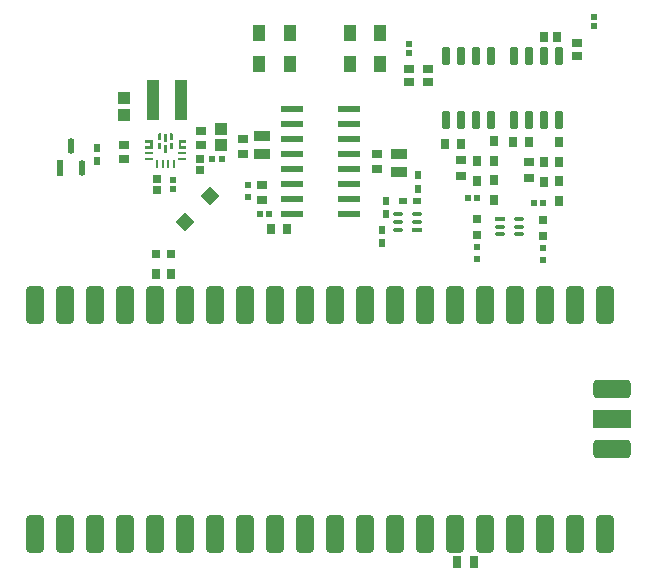
<source format=gbr>
%TF.GenerationSoftware,Altium Limited,Altium Designer,25.7.1 (20)*%
G04 Layer_Color=8421504*
%FSLAX45Y45*%
%MOMM*%
%TF.SameCoordinates,3376FABF-9249-4748-A69B-BDD9C5401F70*%
%TF.FilePolarity,Positive*%
%TF.FileFunction,Paste,Top*%
%TF.Part,Single*%
G01*
G75*
%TA.AperFunction,SMDPad,CuDef*%
G04:AMPARAMS|DCode=11|XSize=3.2mm|YSize=1.6mm|CornerRadius=0.4mm|HoleSize=0mm|Usage=FLASHONLY|Rotation=90.000|XOffset=0mm|YOffset=0mm|HoleType=Round|Shape=RoundedRectangle|*
%AMROUNDEDRECTD11*
21,1,3.20000,0.80000,0,0,90.0*
21,1,2.40000,1.60000,0,0,90.0*
1,1,0.80000,0.40000,1.20000*
1,1,0.80000,0.40000,-1.20000*
1,1,0.80000,-0.40000,-1.20000*
1,1,0.80000,-0.40000,1.20000*
%
%ADD11ROUNDEDRECTD11*%
G04:AMPARAMS|DCode=12|XSize=0.6mm|YSize=1.45mm|CornerRadius=0.051mm|HoleSize=0mm|Usage=FLASHONLY|Rotation=180.000|XOffset=0mm|YOffset=0mm|HoleType=Round|Shape=RoundedRectangle|*
%AMROUNDEDRECTD12*
21,1,0.60000,1.34800,0,0,180.0*
21,1,0.49800,1.45000,0,0,180.0*
1,1,0.10200,-0.24900,0.67400*
1,1,0.10200,0.24900,0.67400*
1,1,0.10200,0.24900,-0.67400*
1,1,0.10200,-0.24900,-0.67400*
%
%ADD12ROUNDEDRECTD12*%
%ADD13R,0.80000X0.90000*%
%ADD14R,0.52000X0.52000*%
%ADD15R,1.98120X0.55880*%
%ADD16R,0.90000X0.80000*%
%ADD17R,1.35000X0.95000*%
%ADD18R,1.00620X1.10506*%
%ADD19R,0.90000X0.75000*%
%ADD20R,0.67248X0.71535*%
%TA.AperFunction,SMDPad,SMDef*%
G04:AMPARAMS|DCode=21|XSize=0.25mm|YSize=0.6mm|CornerRadius=0.05mm|HoleSize=0mm|Usage=FLASHONLY|Rotation=90.000|XOffset=0mm|YOffset=0mm|HoleType=Round|Shape=RoundedRectangle|*
%AMROUNDEDRECTD21*
21,1,0.25000,0.50000,0,0,90.0*
21,1,0.15000,0.60000,0,0,90.0*
1,1,0.10000,0.25000,0.07500*
1,1,0.10000,0.25000,-0.07500*
1,1,0.10000,-0.25000,-0.07500*
1,1,0.10000,-0.25000,0.07500*
%
%ADD21ROUNDEDRECTD21*%
G04:AMPARAMS|DCode=23|XSize=0.6mm|YSize=0.25mm|CornerRadius=0.05mm|HoleSize=0mm|Usage=FLASHONLY|Rotation=90.000|XOffset=0mm|YOffset=0mm|HoleType=Round|Shape=RoundedRectangle|*
%AMROUNDEDRECTD23*
21,1,0.60000,0.15000,0,0,90.0*
21,1,0.50000,0.25000,0,0,90.0*
1,1,0.10000,0.07500,0.25000*
1,1,0.10000,0.07500,-0.25000*
1,1,0.10000,-0.07500,-0.25000*
1,1,0.10000,-0.07500,0.25000*
%
%ADD23ROUNDEDRECTD23*%
%TA.AperFunction,SMDPad,CuDef*%
%ADD24R,0.52000X0.52000*%
%ADD25R,0.80000X0.95000*%
%ADD26R,0.70000X0.65000*%
%ADD27R,0.66040X0.50800*%
G04:AMPARAMS|DCode=28|XSize=0.91029mm|YSize=0.33213mm|CornerRadius=0.16607mm|HoleSize=0mm|Usage=FLASHONLY|Rotation=180.000|XOffset=0mm|YOffset=0mm|HoleType=Round|Shape=RoundedRectangle|*
%AMROUNDEDRECTD28*
21,1,0.91029,0.00000,0,0,180.0*
21,1,0.57816,0.33213,0,0,180.0*
1,1,0.33213,-0.28908,0.00000*
1,1,0.33213,0.28908,0.00000*
1,1,0.33213,0.28908,0.00000*
1,1,0.33213,-0.28908,0.00000*
%
%ADD28ROUNDEDRECTD28*%
%ADD29R,0.50800X0.66040*%
G04:AMPARAMS|DCode=30|XSize=3.2mm|YSize=1.6mm|CornerRadius=0.4mm|HoleSize=0mm|Usage=FLASHONLY|Rotation=180.000|XOffset=0mm|YOffset=0mm|HoleType=Round|Shape=RoundedRectangle|*
%AMROUNDEDRECTD30*
21,1,3.20000,0.80000,0,0,180.0*
21,1,2.40000,1.60000,0,0,180.0*
1,1,0.80000,-1.20000,0.40000*
1,1,0.80000,1.20000,0.40000*
1,1,0.80000,1.20000,-0.40000*
1,1,0.80000,-1.20000,-0.40000*
%
%ADD30ROUNDEDRECTD30*%
G04:AMPARAMS|DCode=31|XSize=3.2mm|YSize=1.6mm|CornerRadius=0.096mm|HoleSize=0mm|Usage=FLASHONLY|Rotation=180.000|XOffset=0mm|YOffset=0mm|HoleType=Round|Shape=RoundedRectangle|*
%AMROUNDEDRECTD31*
21,1,3.20000,1.40800,0,0,180.0*
21,1,3.00800,1.60000,0,0,180.0*
1,1,0.19200,-1.50400,0.70400*
1,1,0.19200,1.50400,0.70400*
1,1,0.19200,1.50400,-0.70400*
1,1,0.19200,-1.50400,-0.70400*
%
%ADD31ROUNDEDRECTD31*%
%ADD32R,0.81213X0.65872*%
%ADD33R,0.60000X0.50000*%
G04:AMPARAMS|DCode=34|XSize=1.143mm|YSize=1.0922mm|CornerRadius=0mm|HoleSize=0mm|Usage=FLASHONLY|Rotation=45.000|XOffset=0mm|YOffset=0mm|HoleType=Round|Shape=Rectangle|*
%AMROTATEDRECTD34*
4,1,4,-0.01796,-0.79026,-0.79026,-0.01796,0.01796,0.79026,0.79026,0.01796,-0.01796,-0.79026,0.0*
%
%ADD34ROTATEDRECTD34*%

%ADD35R,0.91029X0.33213*%
%ADD36R,0.80000X1.00000*%
%ADD37R,0.58684X1.35872*%
%ADD38R,0.98000X3.40000*%
G04:AMPARAMS|DCode=41|XSize=1.35872mm|YSize=0.58684mm|CornerRadius=0.29342mm|HoleSize=0mm|Usage=FLASHONLY|Rotation=90.000|XOffset=0mm|YOffset=0mm|HoleType=Round|Shape=RoundedRectangle|*
%AMROUNDEDRECTD41*
21,1,1.35872,0.00000,0,0,90.0*
21,1,0.77188,0.58684,0,0,90.0*
1,1,0.58684,0.00000,0.38594*
1,1,0.58684,0.00000,-0.38594*
1,1,0.58684,0.00000,-0.38594*
1,1,0.58684,0.00000,0.38594*
%
%ADD41ROUNDEDRECTD41*%
%ADD42R,0.60000X0.55000*%
%ADD43R,0.65872X0.81213*%
%ADD44R,0.70000X0.65000*%
%ADD45R,1.00000X1.40000*%
%ADD46R,0.85000X0.70000*%
%ADD47R,0.70000X0.85000*%
G36*
X1877832Y3884238D02*
X1879239Y3882832D01*
X1880000Y3880994D01*
X1880000Y3880000D01*
X1880000Y3865000D01*
X1880000Y3864005D01*
X1879239Y3862167D01*
X1877832Y3860761D01*
X1875994Y3859999D01*
X1875000Y3860000D01*
X1845000D01*
Y3834999D01*
X1875000Y3834999D01*
Y3834999D01*
X1875994D01*
X1877832Y3834238D01*
X1879238Y3832832D01*
X1880000Y3830994D01*
Y3829999D01*
X1880000Y3814999D01*
Y3814999D01*
X1880000Y3814005D01*
X1879239Y3812167D01*
X1877832Y3810760D01*
X1875994Y3809999D01*
X1875000Y3809999D01*
X1825000Y3810000D01*
X1825000D01*
X1824005Y3809999D01*
X1822167Y3810760D01*
X1820761Y3812167D01*
X1820000Y3814005D01*
X1820000Y3814999D01*
X1820000Y3879999D01*
X1819999Y3880994D01*
X1820761Y3882832D01*
X1822167Y3884238D01*
X1824005Y3885000D01*
X1825000Y3884999D01*
X1875000Y3885000D01*
Y3884999D01*
X1875994Y3885000D01*
X1877832Y3884238D01*
D02*
G37*
G36*
X1770332Y3939289D02*
X1771739Y3937882D01*
X1772500Y3936044D01*
Y3935050D01*
Y3887550D01*
Y3886555D01*
X1771739Y3884717D01*
X1770332Y3883311D01*
X1768494Y3882550D01*
X1751505D01*
X1749668Y3883311D01*
X1748261Y3884717D01*
X1747500Y3886555D01*
Y3887550D01*
Y3935050D01*
Y3936044D01*
X1748261Y3937882D01*
X1749668Y3939289D01*
X1751505Y3940050D01*
X1768494D01*
X1770332Y3939289D01*
D02*
G37*
G36*
X1670332D02*
X1671739Y3937882D01*
X1672500Y3936044D01*
Y3935050D01*
Y3887550D01*
Y3886555D01*
X1671739Y3884717D01*
X1670332Y3883311D01*
X1668494Y3882550D01*
X1651505D01*
X1649668Y3883311D01*
X1648261Y3884717D01*
X1647500Y3886555D01*
Y3887550D01*
Y3935050D01*
Y3936044D01*
X1648261Y3937882D01*
X1649668Y3939289D01*
X1651505Y3940050D01*
X1668494D01*
X1670332Y3939289D01*
D02*
G37*
G36*
X1720332Y3936239D02*
X1721739Y3934832D01*
X1722500Y3932994D01*
Y3932000D01*
Y3870000D01*
Y3869005D01*
X1721739Y3867168D01*
X1720332Y3865761D01*
X1718494Y3865000D01*
X1701505D01*
X1699667Y3865761D01*
X1698261Y3867168D01*
X1697500Y3869005D01*
Y3870000D01*
Y3932000D01*
Y3932994D01*
X1698261Y3934832D01*
X1699667Y3936239D01*
X1701505Y3937000D01*
X1718494D01*
X1720332Y3936239D01*
D02*
G37*
G36*
X1595000Y3884999D02*
X1595994D01*
X1597832Y3884238D01*
X1599238Y3882831D01*
X1600000Y3880994D01*
Y3879999D01*
X1600000Y3880000D01*
X1600000Y3814999D01*
X1600000Y3814005D01*
X1599239Y3812167D01*
X1597832Y3810760D01*
X1595994Y3809999D01*
X1595000Y3810000D01*
X1545000Y3809999D01*
X1544005Y3809999D01*
X1542167Y3810760D01*
X1540761Y3812167D01*
X1539999Y3814005D01*
X1540000Y3814999D01*
X1540000D01*
Y3829999D01*
Y3830994D01*
X1540761Y3832832D01*
X1542168Y3834238D01*
X1544005Y3834999D01*
X1545000D01*
X1545000Y3834999D01*
X1575000D01*
Y3860000D01*
X1545000D01*
X1544005Y3859999D01*
X1542167Y3860761D01*
X1540761Y3862167D01*
X1539999Y3864005D01*
X1540000Y3865000D01*
X1540000D01*
Y3879999D01*
Y3880994D01*
X1540761Y3882831D01*
X1542168Y3884238D01*
X1544005Y3884999D01*
X1545000D01*
X1545000Y3885000D01*
X1595000Y3884999D01*
D02*
G37*
G36*
X1770332Y3861789D02*
X1771739Y3860382D01*
X1772500Y3858544D01*
Y3857550D01*
Y3810050D01*
Y3809055D01*
X1771739Y3807217D01*
X1770332Y3805811D01*
X1768494Y3805050D01*
X1751505D01*
X1749668Y3805811D01*
X1748261Y3807217D01*
X1747500Y3809055D01*
Y3810050D01*
Y3857550D01*
Y3858544D01*
X1748261Y3860382D01*
X1749668Y3861789D01*
X1751505Y3862550D01*
X1768494D01*
X1770332Y3861789D01*
D02*
G37*
G36*
X1670332D02*
X1671739Y3860382D01*
X1672500Y3858544D01*
Y3857550D01*
Y3810050D01*
Y3809055D01*
X1671739Y3807217D01*
X1670332Y3805811D01*
X1668494Y3805050D01*
X1651505D01*
X1649668Y3805811D01*
X1648261Y3807217D01*
X1647500Y3809055D01*
Y3810050D01*
Y3857550D01*
Y3858544D01*
X1648261Y3860382D01*
X1649668Y3861789D01*
X1651505Y3862550D01*
X1668494D01*
X1670332Y3861789D01*
D02*
G37*
G36*
X1720332Y3844238D02*
X1721739Y3842832D01*
X1722500Y3840994D01*
Y3840000D01*
Y3778000D01*
Y3777005D01*
X1721739Y3775167D01*
X1720332Y3773761D01*
X1718494Y3773000D01*
X1701505D01*
X1699667Y3773761D01*
X1698261Y3775167D01*
X1697500Y3777005D01*
Y3778000D01*
Y3840000D01*
Y3840994D01*
X1698261Y3842832D01*
X1699667Y3844238D01*
X1701505Y3845000D01*
X1718494D01*
X1720332Y3844238D01*
D02*
G37*
D11*
X4922000Y2490000D02*
D03*
X3652000D02*
D03*
X4922000Y552000D02*
D03*
X3652000D02*
D03*
X2382000Y2490000D02*
D03*
X1112000D02*
D03*
X2382000Y552000D02*
D03*
X1112000D02*
D03*
X1620000Y2490000D02*
D03*
X858000Y552000D02*
D03*
X1874000D02*
D03*
X1366000D02*
D03*
X1620000D02*
D03*
X2128000D02*
D03*
X3906000D02*
D03*
X604000Y2490000D02*
D03*
X858000D02*
D03*
X1366000D02*
D03*
X1874000D02*
D03*
X2128000D02*
D03*
X2636000D02*
D03*
X2890000D02*
D03*
X3144000D02*
D03*
X3398000D02*
D03*
X3906000D02*
D03*
X4160000D02*
D03*
X4414000D02*
D03*
X4668000D02*
D03*
X5176000D02*
D03*
X5430000D02*
D03*
Y552000D02*
D03*
X5176000D02*
D03*
X4668000D02*
D03*
X4414000D02*
D03*
X4160000D02*
D03*
X3398000D02*
D03*
X3144000D02*
D03*
X2890000D02*
D03*
X2636000D02*
D03*
X604000D02*
D03*
D12*
X5040999Y4055000D02*
D03*
X4465499Y4052501D02*
D03*
X4659999Y4055000D02*
D03*
X4786999D02*
D03*
X4913999D02*
D03*
X4786999Y4600000D02*
D03*
X4913999D02*
D03*
X5040999D02*
D03*
X4659999D02*
D03*
X4084499Y4597501D02*
D03*
Y4052501D02*
D03*
X4211499D02*
D03*
X4338499D02*
D03*
X4211499Y4597501D02*
D03*
X4338499D02*
D03*
X4465499D02*
D03*
D13*
X5040499Y3867500D02*
D03*
X4489999Y3880000D02*
D03*
X1755000Y2750000D02*
D03*
X5040499Y3367500D02*
D03*
X4489999Y3380000D02*
D03*
X1630000Y2750000D02*
D03*
X4910499Y3527500D02*
D03*
Y3697500D02*
D03*
X4349999Y3540000D02*
D03*
Y3710000D02*
D03*
X4489999Y3550000D02*
D03*
X5040499Y3537500D02*
D03*
Y3697500D02*
D03*
X4489999Y3710000D02*
D03*
D14*
X4829999Y3350000D02*
D03*
X4269999Y3390000D02*
D03*
X2510000Y3260000D02*
D03*
X2590000D02*
D03*
X4349999Y3390000D02*
D03*
X4909999Y3350000D02*
D03*
D15*
X3261300Y4017500D02*
D03*
Y3509500D02*
D03*
X2778700Y4017500D02*
D03*
Y3763500D02*
D03*
X3261300Y3255500D02*
D03*
Y3636500D02*
D03*
X2778700D02*
D03*
Y4144500D02*
D03*
Y3890500D02*
D03*
Y3509500D02*
D03*
Y3382500D02*
D03*
Y3255500D02*
D03*
X3261300Y3382500D02*
D03*
Y3763500D02*
D03*
Y3890500D02*
D03*
Y4144500D02*
D03*
D16*
X3500000Y3637500D02*
D03*
X2530000Y3377500D02*
D03*
X2370000Y3892500D02*
D03*
Y3767500D02*
D03*
X2530000Y3502500D02*
D03*
X3500000Y3762500D02*
D03*
D17*
X3690000Y3615000D02*
D03*
X2530000Y3915000D02*
D03*
Y3765000D02*
D03*
X3690000Y3765000D02*
D03*
D18*
X2180000Y3980057D02*
D03*
X1360000Y4240057D02*
D03*
Y4099943D02*
D03*
X2180000Y3839943D02*
D03*
D19*
X2010000Y3965000D02*
D03*
X1360000Y3725000D02*
D03*
Y3845000D02*
D03*
X2010000D02*
D03*
D20*
X2000000Y3630000D02*
D03*
X1640000Y3462143D02*
D03*
X2000000Y3725713D02*
D03*
X1640000Y3557856D02*
D03*
D21*
X1850000Y3772500D02*
D03*
X1570000Y3722500D02*
D03*
Y3772500D02*
D03*
X1850000Y3722500D02*
D03*
D23*
X1785000Y3680000D02*
D03*
X1635000D02*
D03*
X1685000D02*
D03*
X1735000D02*
D03*
D24*
X1770000Y3470000D02*
D03*
Y3550000D02*
D03*
X5339999Y4850000D02*
D03*
Y4930000D02*
D03*
X3770000Y4700000D02*
D03*
Y4620000D02*
D03*
D25*
X2735000Y3130000D02*
D03*
X2605000D02*
D03*
D26*
X1760000Y2920000D02*
D03*
X1630000D02*
D03*
D27*
X3835880Y3370000D02*
D03*
X3724120D02*
D03*
D28*
X3680000Y3190000D02*
D03*
X3840184D02*
D03*
X4700092Y3215000D02*
D03*
Y3150000D02*
D03*
Y3085000D02*
D03*
X4539908D02*
D03*
Y3150000D02*
D03*
X3680000Y3125000D02*
D03*
Y3255000D02*
D03*
X3840184D02*
D03*
D29*
X3540000Y3013240D02*
D03*
X3850000Y3585880D02*
D03*
X3580000Y3365880D02*
D03*
X3540000Y3125000D02*
D03*
X1130000Y3815880D02*
D03*
Y3704120D02*
D03*
X3850000Y3474120D02*
D03*
X3580000Y3254120D02*
D03*
D30*
X5487000Y1775000D02*
D03*
Y1267000D02*
D03*
D31*
Y1521000D02*
D03*
D32*
X4789999Y3562329D02*
D03*
X4211499Y3583159D02*
D03*
Y3718500D02*
D03*
X4789999Y3697671D02*
D03*
D33*
X2410000Y3400000D02*
D03*
X4909999Y2870000D02*
D03*
X4349999Y2880000D02*
D03*
X2410000Y3500000D02*
D03*
X4909999Y2970000D02*
D03*
X4349999Y2980000D02*
D03*
D34*
X1871339Y3191339D02*
D03*
X2088661Y3408661D02*
D03*
D35*
X4539908Y3215000D02*
D03*
X3840184Y3125000D02*
D03*
D36*
X4175000Y310000D02*
D03*
X4325000D02*
D03*
D37*
X818500Y3647329D02*
D03*
D38*
X1838500Y4220000D02*
D03*
X1601500D02*
D03*
D41*
X910000Y3832671D02*
D03*
X1001500Y3647329D02*
D03*
D42*
X2185000Y3720000D02*
D03*
X2100000D02*
D03*
D43*
X4788170Y3867500D02*
D03*
X4652828D02*
D03*
X4215341Y3850000D02*
D03*
X4079999D02*
D03*
D44*
X4909999Y3207500D02*
D03*
Y3072500D02*
D03*
X4349999Y3217500D02*
D03*
Y3082500D02*
D03*
D45*
X3530000Y4530000D02*
D03*
X2500000D02*
D03*
X2760000D02*
D03*
X3270000D02*
D03*
Y4790000D02*
D03*
X3530000D02*
D03*
X2500000D02*
D03*
X2760000D02*
D03*
D46*
X3770000Y4372500D02*
D03*
Y4487500D02*
D03*
X3930000D02*
D03*
Y4372500D02*
D03*
X5190000Y4710000D02*
D03*
Y4595000D02*
D03*
D47*
X5027499Y4760000D02*
D03*
X4912499D02*
D03*
%TF.MD5,a191dff7ef27cb87c61ce39091940a38*%
M02*

</source>
